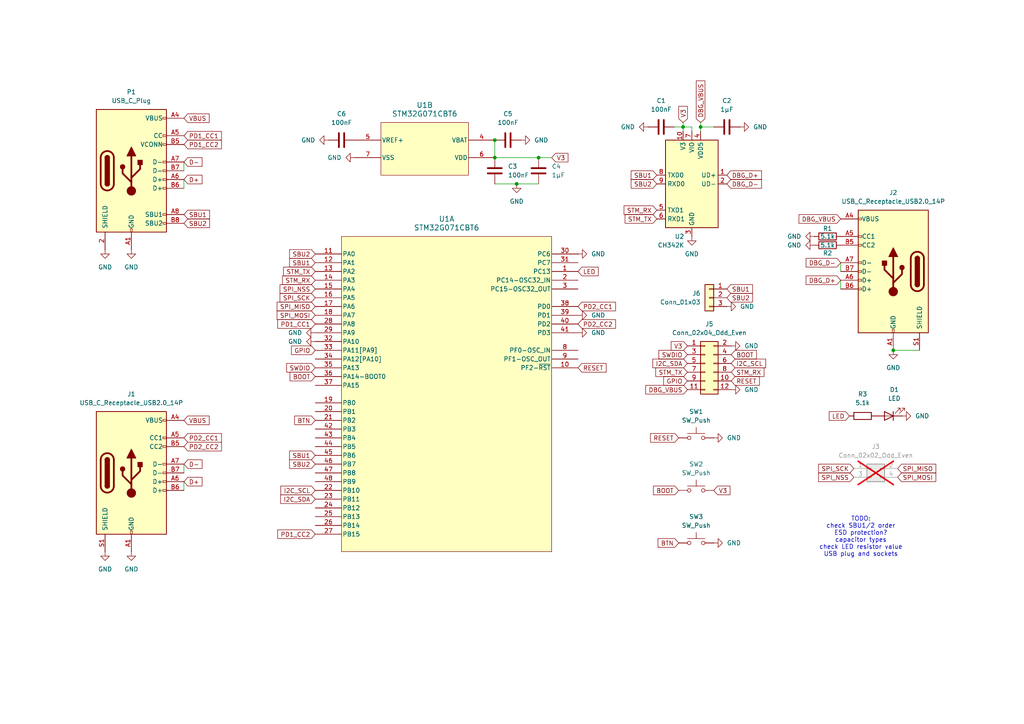
<source format=kicad_sch>
(kicad_sch (version 20231120) (generator "eeschema") (generator_version "8.0")
  (paper "A4")
  (lib_symbols
    (symbol "Connector:USB_C_Plug" (pin_names (offset 1.016))
      (property "Reference" "P1" (at 0 33.02 0))
      (property "Value" "USB_C_Plug" (at 0 30.48 0))
      (symbol "USB_C_Plug_0_0"
        (rectangle (start -0.254 -6.604) (end 0.254 -7.62))
        (rectangle (start 9.144 5.334) (end 10.16 4.826))
        (rectangle (start 9.144 7.874) (end 10.16 7.366))
        (rectangle (start 9.144 10.414) (end 10.16 9.906))
        (rectangle (start 9.144 12.954) (end 10.16 12.446))
        (rectangle (start 9.144 18.034) (end 10.16 17.526))
        (rectangle (start 10.16 -4.826) (end 9.144 -5.334))
        (rectangle (start 10.16 -2.286) (end 9.144 -2.794))
        (rectangle (start 10.16 20.574) (end 9.144 20.066))
        (rectangle (start 10.16 25.654) (end 9.144 25.146))
      )
      (symbol "USB_C_Plug_0_1"
        (rectangle (start -10.16 27.94) (end 10.16 -7.62) (stroke (width 0.254)) (fill (type background)))
        (arc (start -8.89 6.35) (mid -6.985 4.4533) (end -5.08 6.35) (stroke (width 0.508)))
        (arc (start -7.62 6.35) (mid -6.985 5.7177) (end -6.35 6.35) (stroke (width 0.254)))
        (arc (start -7.62 6.35) (mid -6.985 5.7177) (end -6.35 6.35) (stroke (width 0.254)) (fill (type outline)))
        (rectangle (start -7.62 6.35) (end -6.35 13.97) (stroke (width 0.254)) (fill (type outline)))
        (arc (start -6.35 13.97) (mid -6.985 14.6023) (end -7.62 13.97) (stroke (width 0.254)))
        (arc (start -6.35 13.97) (mid -6.985 14.6023) (end -7.62 13.97) (stroke (width 0.254)) (fill (type outline)))
        (arc (start -5.08 13.97) (mid -6.985 15.8667) (end -8.89 13.97) (stroke (width 0.508)))
        (polyline (pts (xy -8.89 6.35) (xy -8.89 13.97)) (stroke (width 0.508)))
        (polyline (pts (xy -5.08 13.97) (xy -5.08 6.35)) (stroke (width 0.508)))
      )
      (symbol "USB_C_Plug_1_1"
        (circle (center -2.54 11.303) (radius 0.635) (stroke (width 0.254)) (fill (type outline)))
        (polyline (pts (xy 0 4.318) (xy 0 14.478)) (stroke (width 0.508)))
        (polyline (pts (xy 0 6.858) (xy -2.54 9.398) (xy -2.54 10.668)) (stroke (width 0.508)))
        (polyline (pts (xy 0 8.128) (xy 2.54 10.668) (xy 2.54 11.938)) (stroke (width 0.508)))
        (polyline (pts (xy -1.27 14.478) (xy 0 17.018) (xy 1.27 14.478) (xy -1.27 14.478)) (stroke (width 0.254)) (fill (type outline)))
        (circle (center 0 4.318) (radius 1.27) (fill (type outline)))
        (rectangle (start 1.905 11.938) (end 3.175 13.208) (stroke (width 0.254)) (fill (type outline)))
        (pin passive line (at -7.62 -12.7 90) (length 5.08) (name "SHIELD") (number "2"))
        (pin passive line (at -7.62 -12.7 90) (length 5.08) hide (name "SHIELD") (number "3"))
        (pin passive line (at 0 -12.7 90) (length 5.08) (name "GND") (number "A1"))
        (pin passive line (at 0 -12.7 90) (length 5.08) hide (name "GND") (number "A12"))
        (pin passive line (at 15.24 25.4 180) (length 5.08) (name "VBUS") (number "A4"))
        (pin bidirectional line (at 15.24 20.32 180) (length 5.08) (name "CC") (number "A5"))
        (pin bidirectional line (at 15.24 7.62 180) (length 5.08) (name "D+") (number "A6"))
        (pin bidirectional line (at 15.24 12.7 180) (length 5.08) (name "D-") (number "A7"))
        (pin bidirectional line (at 15.24 -2.54 180) (length 5.08) (name "SBU1") (number "A8"))
        (pin passive line (at 15.24 25.4 180) (length 5.08) hide (name "VBUS") (number "A9"))
        (pin passive line (at 0 -12.7 90) (length 5.08) hide (name "GND") (number "B1"))
        (pin passive line (at 0 -12.7 90) (length 5.08) hide (name "GND") (number "B12"))
        (pin passive line (at 15.24 25.4 180) (length 5.08) hide (name "VBUS") (number "B4"))
        (pin bidirectional line (at 15.24 17.78 180) (length 5.08) (name "VCONN") (number "B5"))
        (pin bidirectional line (at 15.24 5.08 180) (length 5.08) (name "D+") (number "B6"))
        (pin bidirectional line (at 15.24 10.16 180) (length 5.08) (name "D-") (number "B7"))
        (pin bidirectional line (at 15.24 -5.08 180) (length 5.08) (name "SBU2") (number "B8"))
        (pin passive line (at 15.24 25.4 180) (length 5.08) hide (name "VBUS") (number "B9"))
      )
    )
    (symbol "Connector:USB_C_Receptacle_USB2.0_14P" (pin_names (offset 1.016))
      (property "Reference" "J2" (at 0 22.86 0))
      (property "Value" "USB_C_Receptacle_USB2.0_14P" (at 0 20.32 0))
      (symbol "USB_C_Receptacle_USB2.0_14P_0_0"
        (rectangle (start -0.254 -17.78) (end 0.254 -16.764))
        (rectangle (start 10.16 -4.826) (end 9.144 -5.334))
        (rectangle (start 10.16 -2.286) (end 9.144 -2.794))
        (rectangle (start 10.16 0.254) (end 9.144 -0.254))
        (rectangle (start 10.16 2.794) (end 9.144 2.286))
        (rectangle (start 10.16 7.874) (end 9.144 7.366))
        (rectangle (start 10.16 10.414) (end 9.144 9.906))
        (rectangle (start 10.16 15.494) (end 9.144 14.986))
      )
      (symbol "USB_C_Receptacle_USB2.0_14P_0_1"
        (rectangle (start -10.16 17.78) (end 10.16 -17.78) (stroke (width 0.254)) (fill (type background)))
        (arc (start -8.89 -3.81) (mid -6.985 -5.7067) (end -5.08 -3.81) (stroke (width 0.508)))
        (arc (start -7.62 -3.81) (mid -6.985 -4.4423) (end -6.35 -3.81) (stroke (width 0.254)))
        (arc (start -7.62 -3.81) (mid -6.985 -4.4423) (end -6.35 -3.81) (stroke (width 0.254)) (fill (type outline)))
        (rectangle (start -7.62 -3.81) (end -6.35 3.81) (stroke (width 0.254)) (fill (type outline)))
        (arc (start -6.35 3.81) (mid -6.985 4.4423) (end -7.62 3.81) (stroke (width 0.254)))
        (arc (start -6.35 3.81) (mid -6.985 4.4423) (end -7.62 3.81) (stroke (width 0.254)) (fill (type outline)))
        (arc (start -5.08 3.81) (mid -6.985 5.7067) (end -8.89 3.81) (stroke (width 0.508)))
        (circle (center -2.54 1.143) (radius 0.635) (stroke (width 0.254)) (fill (type outline)))
        (circle (center 0 -5.842) (radius 1.27) (fill (type outline)))
        (polyline (pts (xy -8.89 -3.81) (xy -8.89 3.81)) (stroke (width 0.508)))
        (polyline (pts (xy -5.08 3.81) (xy -5.08 -3.81)) (stroke (width 0.508)))
        (polyline (pts (xy 0 -5.842) (xy 0 4.318)) (stroke (width 0.508)))
        (polyline (pts (xy 0 -3.302) (xy -2.54 -0.762) (xy -2.54 0.508)) (stroke (width 0.508)))
        (polyline (pts (xy 0 -2.032) (xy 2.54 0.508) (xy 2.54 1.778)) (stroke (width 0.508)))
        (polyline (pts (xy -1.27 4.318) (xy 0 6.858) (xy 1.27 4.318) (xy -1.27 4.318)) (stroke (width 0.254)) (fill (type outline)))
        (rectangle (start 1.905 1.778) (end 3.175 3.048) (stroke (width 0.254)) (fill (type outline)))
      )
      (symbol "USB_C_Receptacle_USB2.0_14P_1_1"
        (pin passive line (at 0 -22.86 90) (length 5.08) (name "GND") (number "A1"))
        (pin passive line (at 15.24 15.24 180) (length 5.08) (name "VBUS") (number "A4"))
        (pin bidirectional line (at 15.24 10.16 180) (length 5.08) (name "CC1") (number "A5"))
        (pin bidirectional line (at 15.24 -2.54 180) (length 5.08) (name "D+") (number "A6"))
        (pin bidirectional line (at 15.24 2.54 180) (length 5.08) (name "D-") (number "A7"))
        (pin passive line (at 0 -22.86 90) (length 5.08) hide (name "GND") (number "B1"))
        (pin passive line (at 15.24 15.24 180) (length 5.08) hide (name "VBUS") (number "B4"))
        (pin bidirectional line (at 15.24 7.62 180) (length 5.08) (name "CC2") (number "B5"))
        (pin bidirectional line (at 15.24 -5.08 180) (length 5.08) (name "D+") (number "B6"))
        (pin bidirectional line (at 15.24 0 180) (length 5.08) (name "D-") (number "B7"))
        (pin passive line (at -7.62 -22.86 90) (length 5.08) (name "SHIELD") (number "S1"))
      )
    )
    (symbol "Connector_Generic:Conn_01x03" (pin_names (offset 1.016) hide)
      (property "Reference" "J" (at 0 5.08 0))
      (property "Value" "Conn_01x03" (at 0 -5.08 0))
      (symbol "Conn_01x03_1_1"
        (rectangle (start -1.27 -2.413) (end 0 -2.667) (stroke (width 0.1524)))
        (rectangle (start -1.27 0.127) (end 0 -0.127) (stroke (width 0.1524)))
        (rectangle (start -1.27 2.667) (end 0 2.413) (stroke (width 0.1524)))
        (rectangle (start -1.27 3.81) (end 1.27 -3.81) (stroke (width 0.254)) (fill (type background)))
        (pin passive line (at -5.08 2.54 0) (length 3.81) (name "Pin_1") (number "1"))
        (pin passive line (at -5.08 0 0) (length 3.81) (name "Pin_2") (number "2"))
        (pin passive line (at -5.08 -2.54 0) (length 3.81) (name "Pin_3") (number "3"))
      )
    )
    (symbol "Connector_Generic:Conn_02x02_Odd_Even" (pin_names (offset 1.016) hide)
      (property "Reference" "J" (at 1.27 2.54 0))
      (property "Value" "Conn_02x02_Odd_Even" (at 1.27 -5.08 0))
      (symbol "Conn_02x02_Odd_Even_1_1"
        (rectangle (start -1.27 -2.413) (end 0 -2.667) (stroke (width 0.1524)))
        (rectangle (start -1.27 0.127) (end 0 -0.127) (stroke (width 0.1524)))
        (rectangle (start -1.27 1.27) (end 3.81 -3.81) (stroke (width 0.254)) (fill (type background)))
        (rectangle (start 3.81 -2.413) (end 2.54 -2.667) (stroke (width 0.1524)))
        (rectangle (start 3.81 0.127) (end 2.54 -0.127) (stroke (width 0.1524)))
        (pin passive line (at -5.08 0 0) (length 3.81) (name "Pin_1") (number "1"))
        (pin passive line (at 7.62 0 180) (length 3.81) (name "Pin_2") (number "2"))
        (pin passive line (at -5.08 -2.54 0) (length 3.81) (name "Pin_3") (number "3"))
        (pin passive line (at 7.62 -2.54 180) (length 3.81) (name "Pin_4") (number "4"))
      )
    )
    (symbol "Connector_Generic:Conn_02x06_Odd_Even" (pin_names (offset 1.016) hide)
      (property "Reference" "J" (at 1.27 7.62 0))
      (property "Value" "Conn_02x06_Odd_Even" (at 1.27 -10.16 0))
      (symbol "Conn_02x06_Odd_Even_1_1"
        (rectangle (start -1.27 -7.493) (end 0 -7.747) (stroke (width 0.1524)))
        (rectangle (start -1.27 -4.953) (end 0 -5.207) (stroke (width 0.1524)))
        (rectangle (start -1.27 -2.413) (end 0 -2.667) (stroke (width 0.1524)))
        (rectangle (start -1.27 0.127) (end 0 -0.127) (stroke (width 0.1524)))
        (rectangle (start -1.27 2.667) (end 0 2.413) (stroke (width 0.1524)))
        (rectangle (start -1.27 5.207) (end 0 4.953) (stroke (width 0.1524)))
        (rectangle (start -1.27 6.35) (end 3.81 -8.89) (stroke (width 0.254)) (fill (type background)))
        (rectangle (start 3.81 -7.493) (end 2.54 -7.747) (stroke (width 0.1524)))
        (rectangle (start 3.81 -4.953) (end 2.54 -5.207) (stroke (width 0.1524)))
        (rectangle (start 3.81 -2.413) (end 2.54 -2.667) (stroke (width 0.1524)))
        (rectangle (start 3.81 0.127) (end 2.54 -0.127) (stroke (width 0.1524)))
        (rectangle (start 3.81 2.667) (end 2.54 2.413) (stroke (width 0.1524)))
        (rectangle (start 3.81 5.207) (end 2.54 4.953) (stroke (width 0.1524)))
        (pin passive line (at -5.08 5.08 0) (length 3.81) (name "Pin_1") (number "1"))
        (pin passive line (at 7.62 -5.08 180) (length 3.81) (name "Pin_10") (number "10"))
        (pin passive line (at -5.08 -7.62 0) (length 3.81) (name "Pin_11") (number "11"))
        (pin passive line (at 7.62 -7.62 180) (length 3.81) (name "Pin_12") (number "12"))
        (pin passive line (at 7.62 5.08 180) (length 3.81) (name "Pin_2") (number "2"))
        (pin passive line (at -5.08 2.54 0) (length 3.81) (name "Pin_3") (number "3"))
        (pin passive line (at 7.62 2.54 180) (length 3.81) (name "Pin_4") (number "4"))
        (pin passive line (at -5.08 0 0) (length 3.81) (name "Pin_5") (number "5"))
        (pin passive line (at 7.62 0 180) (length 3.81) (name "Pin_6") (number "6"))
        (pin passive line (at -5.08 -2.54 0) (length 3.81) (name "Pin_7") (number "7"))
        (pin passive line (at 7.62 -2.54 180) (length 3.81) (name "Pin_8") (number "8"))
        (pin passive line (at -5.08 -5.08 0) (length 3.81) (name "Pin_9") (number "9"))
      )
    )
    (symbol "Debubo:STM32G071CBT6" (pin_names (offset 0.254))
      (property "Reference" "U" (at 38.1 10.16 0))
      (property "Value" "STM32G071CBT6" (at 38.1 7.62 0))
      (symbol "STM32G071CBT6_1_1"
        (rectangle (start 7.62 5.08) (end 68.58 -86.36) (fill (type background)))
        (pin bidirectional line (at 76.2 -5.08 180) (length 7.62) (name "PC13") (number "1"))
        (pin bidirectional line (at 76.2 -33.02 180) (length 7.62) (name "PF2-~{RST}") (number "10"))
        (pin bidirectional line (at 0 0 0) (length 7.62) (name "PA0") (number "11"))
        (pin bidirectional line (at 0 -2.54 0) (length 7.62) (name "PA1") (number "12"))
        (pin bidirectional line (at 0 -5.08 0) (length 7.62) (name "PA2") (number "13"))
        (pin bidirectional line (at 0 -7.62 0) (length 7.62) (name "PA3") (number "14"))
        (pin bidirectional line (at 0 -10.16 0) (length 7.62) (name "PA4") (number "15"))
        (pin bidirectional line (at 0 -12.7 0) (length 7.62) (name "PA5") (number "16"))
        (pin bidirectional line (at 0 -15.24 0) (length 7.62) (name "PA6") (number "17"))
        (pin bidirectional line (at 0 -17.78 0) (length 7.62) (name "PA7") (number "18"))
        (pin bidirectional line (at 0 -43.18 0) (length 7.62) (name "PB0") (number "19"))
        (pin bidirectional line (at 76.2 -7.62 180) (length 7.62) (name "PC14-OSC32_IN") (number "2"))
        (pin bidirectional line (at 0 -45.72 0) (length 7.62) (name "PB1") (number "20"))
        (pin bidirectional line (at 0 -48.26 0) (length 7.62) (name "PB2") (number "21"))
        (pin bidirectional line (at 0 -68.58 0) (length 7.62) (name "PB10") (number "22"))
        (pin bidirectional line (at 0 -71.12 0) (length 7.62) (name "PB11") (number "23"))
        (pin bidirectional line (at 0 -73.66 0) (length 7.62) (name "PB12") (number "24"))
        (pin bidirectional line (at 0 -76.2 0) (length 7.62) (name "PB13") (number "25"))
        (pin bidirectional line (at 0 -78.74 0) (length 7.62) (name "PB14") (number "26"))
        (pin bidirectional line (at 0 -81.28 0) (length 7.62) (name "PB15") (number "27"))
        (pin bidirectional line (at 0 -20.32 0) (length 7.62) (name "PA8") (number "28"))
        (pin bidirectional line (at 0 -22.86 0) (length 7.62) (name "PA9") (number "29"))
        (pin bidirectional line (at 76.2 -10.16 180) (length 7.62) (name "PC15-OSC32_OUT") (number "3"))
        (pin bidirectional line (at 76.2 0 180) (length 7.62) (name "PC6") (number "30"))
        (pin bidirectional line (at 76.2 -2.54 180) (length 7.62) (name "PC7") (number "31"))
        (pin bidirectional line (at 0 -25.4 0) (length 7.62) (name "PA10") (number "32"))
        (pin bidirectional line (at 0 -27.94 0) (length 7.62) (name "PA11[PA9]") (number "33"))
        (pin bidirectional line (at 0 -30.48 0) (length 7.62) (name "PA12[PA10]") (number "34"))
        (pin bidirectional line (at 0 -33.02 0) (length 7.62) (name "PA13") (number "35"))
        (pin bidirectional line (at 0 -35.56 0) (length 7.62) (name "PA14-BOOT0") (number "36"))
        (pin bidirectional line (at 0 -38.1 0) (length 7.62) (name "PA15") (number "37"))
        (pin bidirectional line (at 76.2 -15.24 180) (length 7.62) (name "PD0") (number "38"))
        (pin bidirectional line (at 76.2 -17.78 180) (length 7.62) (name "PD1") (number "39"))
        (pin bidirectional line (at 76.2 -20.32 180) (length 7.62) (name "PD2") (number "40"))
        (pin bidirectional line (at 76.2 -22.86 180) (length 7.62) (name "PD3") (number "41"))
        (pin bidirectional line (at 0 -50.8 0) (length 7.62) (name "PB3") (number "42"))
        (pin bidirectional line (at 0 -53.34 0) (length 7.62) (name "PB4") (number "43"))
        (pin bidirectional line (at 0 -55.88 0) (length 7.62) (name "PB5") (number "44"))
        (pin bidirectional line (at 0 -58.42 0) (length 7.62) (name "PB6") (number "45"))
        (pin bidirectional line (at 0 -60.96 0) (length 7.62) (name "PB7") (number "46"))
        (pin bidirectional line (at 0 -63.5 0) (length 7.62) (name "PB8") (number "47"))
        (pin bidirectional line (at 0 -66.04 0) (length 7.62) (name "PB9") (number "48"))
        (pin bidirectional line (at 76.2 -27.94 180) (length 7.62) (name "PF0-OSC_IN") (number "8"))
        (pin bidirectional line (at 76.2 -30.48 180) (length 7.62) (name "PF1-OSC_OUT") (number "9"))
      )
      (symbol "STM32G071CBT6_2_1"
        (rectangle (start 7.62 5.08) (end 33.02 -10.16) (fill (type background)))
        (pin power_in line (at 40.64 0 180) (length 7.62) (name "VBAT") (number "4"))
        (pin power_in line (at 0 0 0) (length 7.62) (name "VREF+") (number "5"))
        (pin power_in line (at 40.64 -5.08 180) (length 7.62) (name "VDD") (number "6"))
        (pin power_in line (at 0 -5.08 0) (length 7.62) (name "VSS") (number "7"))
      )
    )
    (symbol "Device:C" (pin_numbers hide) (pin_names (offset 0.254))
      (property "Reference" "C" (at 0.635 2.54 0))
      (property "Value" "C" (at 0.635 -2.54 0))
      (symbol "C_0_1"
        (polyline (pts (xy -2.032 -0.762) (xy 2.032 -0.762)) (stroke (width 0.508)))
        (polyline (pts (xy -2.032 0.762) (xy 2.032 0.762)) (stroke (width 0.508)))
      )
      (symbol "C_1_1"
        (pin passive line (at 0 3.81 270) (length 2.794) (name "~") (number "1"))
        (pin passive line (at 0 -3.81 90) (length 2.794) (name "~") (number "2"))
      )
    )
    (symbol "Device:LED" (pin_numbers hide) (pin_names (offset 1.016) hide)
      (property "Reference" "D" (at 0 2.54 0))
      (property "Value" "LED" (at 0 -2.54 0))
      (symbol "LED_0_1"
        (polyline (pts (xy -1.27 -1.27) (xy -1.27 1.27)) (stroke (width 0.254)))
        (polyline (pts (xy -1.27 0) (xy 1.27 0)))
        (polyline (pts (xy 1.27 -1.27) (xy 1.27 1.27) (xy -1.27 0) (xy 1.27 -1.27)) (stroke (width 0.254)))
        (polyline (pts (xy -3.048 -0.762) (xy -4.572 -2.286) (xy -3.81 -2.286) (xy -4.572 -2.286) (xy -4.572 -1.524)))
        (polyline (pts (xy -1.778 -0.762) (xy -3.302 -2.286) (xy -2.54 -2.286) (xy -3.302 -2.286) (xy -3.302 -1.524)))
      )
      (symbol "LED_1_1"
        (pin passive line (at -3.81 0 0) (length 2.54) (name "K") (number "1"))
        (pin passive line (at 3.81 0 180) (length 2.54) (name "A") (number "2"))
      )
    )
    (symbol "Device:R" (pin_numbers hide) (pin_names (offset 0))
      (property "Reference" "R" (at 2.032 0 90))
      (property "Value" "R" (at 0 0 90))
      (symbol "R_0_1"
        (rectangle (start -1.016 -2.54) (end 1.016 2.54) (stroke (width 0.254)))
      )
      (symbol "R_1_1"
        (pin passive line (at 0 3.81 270) (length 1.27) (name "~") (number "1"))
        (pin passive line (at 0 -3.81 90) (length 1.27) (name "~") (number "2"))
      )
    )
    (symbol "Interface_USB:CH340K"
      (property "Reference" "U2" (at 2.1941 -15.24 0))
      (property "Value" "CH342K" (at 2.1941 -17.78 0))
      (symbol "CH340K_0_1"
        (rectangle (start -7.62 12.7) (end 7.62 -12.7) (stroke (width 0.254)) (fill (type background)))
      )
      (symbol "CH340K_1_0"
        (pin passive line (at 0 -15.24 90) (length 2.54) hide (name "GND") (number "11"))
      )
      (symbol "CH340K_1_1"
        (pin bidirectional line (at -10.16 2.54 0) (length 2.54) (name "UD+") (number "1"))
        (pin passive line (at 2.54 15.24 270) (length 2.54) (name "V3") (number "10"))
        (pin bidirectional line (at -10.16 0 0) (length 2.54) (name "UD-") (number "2"))
        (pin power_in line (at 0 -15.24 90) (length 2.54) (name "GND") (number "3"))
        (pin power_in line (at -2.54 15.24 270) (length 2.54) (name "VDD5") (number "4"))
        (pin output line (at 10.16 -7.62 180) (length 2.54) (name "TXD1") (number "5"))
        (pin input line (at 10.16 -10.16 180) (length 2.54) (name "RXD1") (number "6"))
        (pin power_in line (at 0 15.24 270) (length 2.54) (name "VIO") (number "7"))
        (pin output line (at 10.16 2.54 180) (length 2.54) (name "TXD0") (number "8"))
        (pin input line (at 10.16 0 180) (length 2.54) (name "RXD0") (number "9"))
      )
    )
    (symbol "Switch:SW_Push" (pin_numbers hide) (pin_names (offset 1.016) hide)
      (property "Reference" "SW" (at 1.27 2.54 0))
      (property "Value" "SW_Push" (at 0 -1.524 0))
      (symbol "SW_Push_0_1"
        (circle (center -2.032 0) (radius 0.508))
        (polyline (pts (xy 0 1.27) (xy 0 3.048)))
        (polyline (pts (xy 2.54 1.27) (xy -2.54 1.27)))
        (circle (center 2.032 0) (radius 0.508))
        (pin passive line (at -5.08 0 0) (length 2.54) (name "1") (number "1"))
        (pin passive line (at 5.08 0 180) (length 2.54) (name "2") (number "2"))
      )
    )
    (symbol "USB_C_Receptacle_USB2.0_14P_1" (pin_names (offset 1.016))
      (property "Reference" "J1" (at 0 22.86 0))
      (property "Value" "USB_C_Receptacle_USB2.0_14P" (at 0 20.32 0))
      (symbol "USB_C_Receptacle_USB2.0_14P_1_0_0"
        (rectangle (start -0.254 -17.78) (end 0.254 -16.764))
        (rectangle (start 10.16 -4.826) (end 9.144 -5.334))
        (rectangle (start 10.16 -2.286) (end 9.144 -2.794))
        (rectangle (start 10.16 0.254) (end 9.144 -0.254))
        (rectangle (start 10.16 2.794) (end 9.144 2.286))
        (rectangle (start 10.16 7.874) (end 9.144 7.366))
        (rectangle (start 10.16 10.414) (end 9.144 9.906))
        (rectangle (start 10.16 15.494) (end 9.144 14.986))
      )
      (symbol "USB_C_Receptacle_USB2.0_14P_1_0_1"
        (rectangle (start -10.16 17.78) (end 10.16 -17.78) (stroke (width 0.254)) (fill (type background)))
        (arc (start -8.89 -3.81) (mid -6.985 -5.7067) (end -5.08 -3.81) (stroke (width 0.508)))
        (arc (start -7.62 -3.81) (mid -6.985 -4.4423) (end -6.35 -3.81) (stroke (width 0.254)))
        (arc (start -7.62 -3.81) (mid -6.985 -4.4423) (end -6.35 -3.81) (stroke (width 0.254)) (fill (type outline)))
        (rectangle (start -7.62 -3.81) (end -6.35 3.81) (stroke (width 0.254)) (fill (type outline)))
        (arc (start -6.35 3.81) (mid -6.985 4.4423) (end -7.62 3.81) (stroke (width 0.254)))
        (arc (start -6.35 3.81) (mid -6.985 4.4423) (end -7.62 3.81) (stroke (width 0.254)) (fill (type outline)))
        (arc (start -5.08 3.81) (mid -6.985 5.7067) (end -8.89 3.81) (stroke (width 0.508)))
        (circle (center -2.54 1.143) (radius 0.635) (stroke (width 0.254)) (fill (type outline)))
        (circle (center 0 -5.842) (radius 1.27) (fill (type outline)))
        (polyline (pts (xy -8.89 -3.81) (xy -8.89 3.81)) (stroke (width 0.508)))
        (polyline (pts (xy -5.08 3.81) (xy -5.08 -3.81)) (stroke (width 0.508)))
        (polyline (pts (xy 0 -5.842) (xy 0 4.318)) (stroke (width 0.508)))
        (polyline (pts (xy 0 -3.302) (xy -2.54 -0.762) (xy -2.54 0.508)) (stroke (width 0.508)))
        (polyline (pts (xy 0 -2.032) (xy 2.54 0.508) (xy 2.54 1.778)) (stroke (width 0.508)))
        (polyline (pts (xy -1.27 4.318) (xy 0 6.858) (xy 1.27 4.318) (xy -1.27 4.318)) (stroke (width 0.254)) (fill (type outline)))
        (rectangle (start 1.905 1.778) (end 3.175 3.048) (stroke (width 0.254)) (fill (type outline)))
      )
      (symbol "USB_C_Receptacle_USB2.0_14P_1_1_1"
        (pin passive line (at 0 -22.86 90) (length 5.08) (name "GND") (number "A1"))
        (pin passive line (at 15.24 15.24 180) (length 5.08) (name "VBUS") (number "A4"))
        (pin bidirectional line (at 15.24 10.16 180) (length 5.08) (name "CC1") (number "A5"))
        (pin bidirectional line (at 15.24 -2.54 180) (length 5.08) (name "D+") (number "A6"))
        (pin bidirectional line (at 15.24 2.54 180) (length 5.08) (name "D-") (number "A7"))
        (pin passive line (at 0 -22.86 90) (length 5.08) hide (name "GND") (number "B1"))
        (pin passive line (at 15.24 15.24 180) (length 5.08) hide (name "VBUS") (number "B4"))
        (pin bidirectional line (at 15.24 7.62 180) (length 5.08) (name "CC2") (number "B5"))
        (pin bidirectional line (at 15.24 -5.08 180) (length 5.08) (name "D+") (number "B6"))
        (pin bidirectional line (at 15.24 0 180) (length 5.08) (name "D-") (number "B7"))
        (pin passive line (at -7.62 -22.86 90) (length 5.08) (name "SHIELD") (number "S1"))
      )
    )
    (symbol "power:GND" (power) (pin_numbers hide) (pin_names (offset 0) hide)
      (property "Value" "GND" (at 0 -3.81 0))
      (symbol "GND_0_1"
        (polyline (pts (xy 0 0) (xy 0 -1.27) (xy 1.27 -1.27) (xy 0 -2.54) (xy -1.27 -1.27) (xy 0 -1.27)))
      )
      (symbol "GND_1_1"
        (pin power_in line (at 0 0 270) (length 0) (name "~") (number "1"))
      )
    )
  )
  (junction (at 156.21 45.72))
  (junction (at 198.12 36.83))
  (junction (at 259.08 101.6))
  (junction (at 203.2 36.83))
  (junction (at 143.51 45.72))
  (junction (at 143.51 40.64))
  (junction (at 149.86 53.34))
  (wire (pts (xy 198.12 35.56) (xy 198.12 36.83)))
  (wire (pts (xy 200.66 36.83) (xy 200.66 38.1)))
  (wire (pts (xy 143.51 40.64) (xy 143.51 45.72)))
  (wire (pts (xy 198.12 36.83) (xy 200.66 36.83)))
  (wire (pts (xy 156.21 45.72) (xy 160.02 45.72)))
  (wire (pts (xy 53.34 52.07) (xy 53.34 54.61)))
  (wire (pts (xy 53.34 134.62) (xy 53.34 137.16)))
  (wire (pts (xy 143.51 45.72) (xy 156.21 45.72)))
  (wire (pts (xy 143.51 53.34) (xy 149.86 53.34)))
  (wire (pts (xy 53.34 139.7) (xy 53.34 142.24)))
  (wire (pts (xy 53.34 46.99) (xy 53.34 49.53)))
  (wire (pts (xy 243.84 81.28) (xy 243.84 83.82)))
  (wire (pts (xy 203.2 36.83) (xy 203.2 38.1)))
  (wire (pts (xy 243.84 76.2) (xy 243.84 78.74)))
  (wire (pts (xy 259.08 101.6) (xy 266.7 101.6)))
  (wire (pts (xy 203.2 35.56) (xy 203.2 36.83)))
  (wire (pts (xy 207.01 36.83) (xy 203.2 36.83)))
  (wire (pts (xy 149.86 53.34) (xy 156.21 53.34)))
  (wire (pts (xy 195.58 36.83) (xy 198.12 36.83)))
  (wire (pts (xy 198.12 36.83) (xy 198.12 38.1)))
  (text "TODO:\ncheck SBU1/2 order\nESD protection?\ncapacitor types\ncheck LED resistor value\nUSB plug and sockets" (at 249.682 155.702 0) (effects (font (size 1.27 1.27))))
  (global_label "V3" (shape input) (at 199.39 100.33 180) (property "Intersheetrefs" "${INTERSHEET_REFS}" (effects (hide yes))))
  (global_label "BTN" (shape input) (at 91.44 121.92 180) (property "Intersheetrefs" "${INTERSHEET_REFS}" (effects (hide yes))))
  (global_label "DBG_D+" (shape input) (at 210.82 50.8 0) (property "Intersheetrefs" "${INTERSHEET_REFS}" (effects (hide yes))))
  (global_label "SPI_SCK" (shape input) (at 91.44 86.36 180) (property "Intersheetrefs" "${INTERSHEET_REFS}" (effects (hide yes))))
  (global_label "PD1_CC1" (shape input) (at 91.44 93.98 180) (property "Intersheetrefs" "${INTERSHEET_REFS}" (effects (hide yes))))
  (global_label "SBU2" (shape input) (at 91.44 134.62 180) (property "Intersheetrefs" "${INTERSHEET_REFS}" (effects (hide yes))))
  (global_label "RESET" (shape input) (at 196.85 127 180) (property "Intersheetrefs" "${INTERSHEET_REFS}" (effects (hide yes))))
  (global_label "GPIO" (shape input) (at 199.39 110.49 180) (property "Intersheetrefs" "${INTERSHEET_REFS}" (effects (hide yes))))
  (global_label "PD1_CC2" (shape input) (at 53.34 41.91 0) (property "Intersheetrefs" "${INTERSHEET_REFS}" (effects (hide yes))))
  (global_label "STM_TX" (shape input) (at 199.39 107.95 180) (property "Intersheetrefs" "${INTERSHEET_REFS}" (effects (hide yes))))
  (global_label "SPI_MOSI" (shape input) (at 260.35 138.43 0) (property "Intersheetrefs" "${INTERSHEET_REFS}" (effects (hide yes))))
  (global_label "SBU2" (shape input) (at 91.44 73.66 180) (property "Intersheetrefs" "${INTERSHEET_REFS}" (effects (hide yes))))
  (global_label "V3" (shape input) (at 160.02 45.72 0) (property "Intersheetrefs" "${INTERSHEET_REFS}" (effects (hide yes))))
  (global_label "VBUS" (shape input) (at 53.34 121.92 0) (property "Intersheetrefs" "${INTERSHEET_REFS}" (effects (hide yes))))
  (global_label "PD2_CC2" (shape input) (at 53.34 129.54 0) (property "Intersheetrefs" "${INTERSHEET_REFS}" (effects (hide yes))))
  (global_label "I2C_SDA" (shape input) (at 91.44 144.78 180) (property "Intersheetrefs" "${INTERSHEET_REFS}" (effects (hide yes))))
  (global_label "BOOT" (shape input) (at 196.85 142.24 180) (property "Intersheetrefs" "${INTERSHEET_REFS}" (effects (hide yes))))
  (global_label "GPIO" (shape input) (at 91.44 101.6 180) (property "Intersheetrefs" "${INTERSHEET_REFS}" (effects (hide yes))))
  (global_label "SPI_MOSI" (shape input) (at 91.44 91.44 180) (property "Intersheetrefs" "${INTERSHEET_REFS}" (effects (hide yes))))
  (global_label "V3" (shape input) (at 207.01 142.24 0) (property "Intersheetrefs" "${INTERSHEET_REFS}" (effects (hide yes))))
  (global_label "SPI_MISO" (shape input) (at 260.35 135.89 0) (property "Intersheetrefs" "${INTERSHEET_REFS}" (effects (hide yes))))
  (global_label "LED" (shape input) (at 167.64 78.74 0) (property "Intersheetrefs" "${INTERSHEET_REFS}" (effects (hide yes))))
  (global_label "SBU1" (shape input) (at 91.44 132.08 180) (property "Intersheetrefs" "${INTERSHEET_REFS}" (effects (hide yes))))
  (global_label "STM_RX" (shape input) (at 190.5 60.96 180) (property "Intersheetrefs" "${INTERSHEET_REFS}" (effects (hide yes))))
  (global_label "BOOT" (shape input) (at 91.44 109.22 180) (property "Intersheetrefs" "${INTERSHEET_REFS}" (effects (hide yes))))
  (global_label "SBU2" (shape input) (at 53.34 64.77 0) (property "Intersheetrefs" "${INTERSHEET_REFS}" (effects (hide yes))))
  (global_label "RESET" (shape input) (at 212.09 110.49 0) (property "Intersheetrefs" "${INTERSHEET_REFS}" (effects (hide yes))))
  (global_label "SPI_NSS" (shape input) (at 91.44 83.82 180) (property "Intersheetrefs" "${INTERSHEET_REFS}" (effects (hide yes))))
  (global_label "I2C_SDA" (shape input) (at 199.39 105.41 180) (property "Intersheetrefs" "${INTERSHEET_REFS}" (effects (hide yes))))
  (global_label "RESET" (shape input) (at 167.64 106.68 0) (property "Intersheetrefs" "${INTERSHEET_REFS}" (effects (hide yes))))
  (global_label "SBU1" (shape input) (at 190.5 50.8 180) (property "Intersheetrefs" "${INTERSHEET_REFS}" (effects (hide yes))))
  (global_label "BTN" (shape input) (at 196.85 157.48 180) (property "Intersheetrefs" "${INTERSHEET_REFS}" (effects (hide yes))))
  (global_label "PD1_CC2" (shape input) (at 91.44 154.94 180) (property "Intersheetrefs" "${INTERSHEET_REFS}" (effects (hide yes))))
  (global_label "D+" (shape input) (at 53.34 139.7 0) (property "Intersheetrefs" "${INTERSHEET_REFS}" (effects (hide yes))))
  (global_label "SPI_MISO" (shape input) (at 91.44 88.9 180) (property "Intersheetrefs" "${INTERSHEET_REFS}" (effects (hide yes))))
  (global_label "SPI_SCK" (shape input) (at 247.65 135.89 180) (property "Intersheetrefs" "${INTERSHEET_REFS}" (effects (hide yes))))
  (global_label "DBG_D-" (shape input) (at 243.84 76.2 180) (property "Intersheetrefs" "${INTERSHEET_REFS}" (effects (hide yes))))
  (global_label "V3" (shape input) (at 198.12 35.56 90) (property "Intersheetrefs" "${INTERSHEET_REFS}" (effects (hide yes))))
  (global_label "SBU1" (shape input) (at 53.34 62.23 0) (property "Intersheetrefs" "${INTERSHEET_REFS}" (effects (hide yes))))
  (global_label "SBU1" (shape input) (at 91.44 76.2 180) (property "Intersheetrefs" "${INTERSHEET_REFS}" (effects (hide yes))))
  (global_label "I2C_SCL" (shape input) (at 91.44 142.24 180) (property "Intersheetrefs" "${INTERSHEET_REFS}" (effects (hide yes))))
  (global_label "PD2_CC1" (shape input) (at 167.64 88.9 0) (property "Intersheetrefs" "${INTERSHEET_REFS}" (effects (hide yes))))
  (global_label "DBG_VBUS" (shape input) (at 203.2 35.56 90) (property "Intersheetrefs" "${INTERSHEET_REFS}" (effects (hide yes))))
  (global_label "PD2_CC2" (shape input) (at 167.64 93.98 0) (property "Intersheetrefs" "${INTERSHEET_REFS}" (effects (hide yes))))
  (global_label "STM_TX" (shape input) (at 91.44 78.74 180) (property "Intersheetrefs" "${INTERSHEET_REFS}" (effects (hide yes))))
  (global_label "DBG_VBUS" (shape input) (at 243.84 63.5 180) (property "Intersheetrefs" "${INTERSHEET_REFS}" (effects (hide yes))))
  (global_label "DBG_D-" (shape input) (at 210.82 53.34 0) (property "Intersheetrefs" "${INTERSHEET_REFS}" (effects (hide yes))))
  (global_label "SWDIO" (shape input) (at 91.44 106.68 180) (property "Intersheetrefs" "${INTERSHEET_REFS}" (effects (hide yes))))
  (global_label "VBUS" (shape input) (at 53.34 34.29 0) (property "Intersheetrefs" "${INTERSHEET_REFS}" (effects (hide yes))))
  (global_label "SWDIO" (shape input) (at 199.39 102.87 180) (property "Intersheetrefs" "${INTERSHEET_REFS}" (effects (hide yes))))
  (global_label "SBU2" (shape input) (at 190.5 53.34 180) (property "Intersheetrefs" "${INTERSHEET_REFS}" (effects (hide yes))))
  (global_label "DBG_D+" (shape input) (at 243.84 81.28 180) (property "Intersheetrefs" "${INTERSHEET_REFS}" (effects (hide yes))))
  (global_label "PD2_CC1" (shape input) (at 53.34 127 0) (property "Intersheetrefs" "${INTERSHEET_REFS}" (effects (hide yes))))
  (global_label "SPI_NSS" (shape input) (at 247.65 138.43 180) (property "Intersheetrefs" "${INTERSHEET_REFS}" (effects (hide yes))))
  (global_label "D-" (shape input) (at 53.34 46.99 0) (property "Intersheetrefs" "${INTERSHEET_REFS}" (effects (hide yes))))
  (global_label "STM_TX" (shape input) (at 190.5 63.5 180) (property "Intersheetrefs" "${INTERSHEET_REFS}" (effects (hide yes))))
  (global_label "BOOT" (shape input) (at 212.09 102.87 0) (property "Intersheetrefs" "${INTERSHEET_REFS}" (effects (hide yes))))
  (global_label "STM_RX" (shape input) (at 212.09 107.95 0) (property "Intersheetrefs" "${INTERSHEET_REFS}" (effects (hide yes))))
  (global_label "D+" (shape input) (at 53.34 52.07 0) (property "Intersheetrefs" "${INTERSHEET_REFS}" (effects (hide yes))))
  (global_label "PD1_CC1" (shape input) (at 53.34 39.37 0) (property "Intersheetrefs" "${INTERSHEET_REFS}" (effects (hide yes))))
  (global_label "DBG_VBUS" (shape input) (at 199.39 113.03 180) (property "Intersheetrefs" "${INTERSHEET_REFS}" (effects (hide yes))))
  (global_label "I2C_SCL" (shape input) (at 212.09 105.41 0) (property "Intersheetrefs" "${INTERSHEET_REFS}" (effects (hide yes))))
  (global_label "STM_RX" (shape input) (at 91.44 81.28 180) (property "Intersheetrefs" "${INTERSHEET_REFS}" (effects (hide yes))))
  (global_label "SBU1" (shape input) (at 210.82 83.82 0) (property "Intersheetrefs" "${INTERSHEET_REFS}" (effects (hide yes))))
  (global_label "SBU2" (shape input) (at 210.82 86.36 0) (property "Intersheetrefs" "${INTERSHEET_REFS}" (effects (hide yes))))
  (global_label "D-" (shape input) (at 53.34 134.62 0) (property "Intersheetrefs" "${INTERSHEET_REFS}" (effects (hide yes))))
  (global_label "LED" (shape input) (at 246.38 120.65 180) (property "Intersheetrefs" "${INTERSHEET_REFS}" (effects (hide yes))))
  (symbol (lib_id "Device:R") (at 240.03 68.58 90) (unit 1)
    (property "Reference" "R1" (at 240.03 66.294 90))
    (property "Value" "5.1k" (at 240.03 68.58 90))
    (property "Footprint" "Resistor_SMD:R_1206_3216Metric_Pad1.30x1.75mm_HandSolder" (effects (hide yes)))
    (property "Description" "Resistor" (effects (hide yes)))
  )
  (symbol (lib_id "power:GND") (at 102.87 45.72 270) (unit 1)
    (property "Reference" "#PWR03" (effects (hide yes)))
    (property "Value" "GND" (at 99.06 45.7199 90) (effects (justify right)))
    (property "Description" "Power symbol creates a global label with name \"GND\" , ground" (effects (hide yes)))
  )
  (symbol (lib_id "Switch:SW_Push") (at 201.93 157.48 0) (unit 1)
    (property "Reference" "SW3" (at 201.93 149.86 0))
    (property "Value" "SW_Push" (at 201.93 152.4 0))
    (property "Footprint" "Button_Switch_SMD:SW_SPST_B3U-1000P" (effects (hide yes)))
    (property "Description" "Push button switch, generic, two pins" (effects (hide yes)))
  )
  (symbol (lib_id "power:GND") (at 91.44 99.06 270) (unit 1)
    (property "Reference" "#PWR020" (effects (hide yes)))
    (property "Value" "GND" (at 87.63 99.0599 90) (effects (justify right)))
    (property "Description" "Power symbol creates a global label with name \"GND\" , ground" (effects (hide yes)))
  )
  (symbol (lib_id "power:GND") (at 210.82 88.9 90) (mirror x) (unit 1)
    (property "Reference" "#PWR015" (effects (hide yes)))
    (property "Value" "GND" (at 214.63 88.8999 90) (effects (justify right)))
    (property "Description" "Power symbol creates a global label with name \"GND\" , ground" (effects (hide yes)))
  )
  (symbol (lib_id "power:GND") (at 95.25 40.64 270) (unit 1)
    (property "Reference" "#PWR017" (effects (hide yes)))
    (property "Value" "GND" (at 91.44 40.6399 90) (effects (justify right)))
    (property "Description" "Power symbol creates a global label with name \"GND\" , ground" (effects (hide yes)))
  )
  (symbol (lib_id "power:GND") (at 236.22 68.58 270) (unit 1)
    (property "Reference" "#PWR018" (effects (hide yes)))
    (property "Value" "GND" (at 232.41 68.5799 90) (effects (justify right)))
    (property "Description" "Power symbol creates a global label with name \"GND\" , ground" (effects (hide yes)))
  )
  (symbol (lib_id "Debubo:STM32G071CBT6") (at 102.87 40.64 0) (unit 2)
    (property "Reference" "U1" (at 123.19 30.48 0) (effects (font (size 1.524 1.524))))
    (property "Value" "STM32G071CBT6" (at 123.19 33.02 0) (effects (font (size 1.524 1.524))))
    (property "Footprint" "Package_QFP:LQFP-48_7x7mm_P0.5mm" (effects (hide yes)))
    (property "Datasheet" "STM32G071CBT6" (effects (hide yes)))
  )
  (symbol (lib_id "power:GND") (at 212.09 100.33 90) (unit 1)
    (property "Reference" "#PWR016" (effects (hide yes)))
    (property "Value" "GND" (at 215.9 100.3299 90) (effects (justify right)))
    (property "Description" "Power symbol creates a global label with name \"GND\" , ground" (effects (hide yes)))
  )
  (symbol (lib_id "power:GND") (at 30.48 72.39 0) (unit 1)
    (property "Reference" "#PWR025" (effects (hide yes)))
    (property "Value" "GND" (at 30.48 77.47 0))
    (property "Description" "Power symbol creates a global label with name \"GND\" , ground" (effects (hide yes)))
  )
  (symbol (lib_id "Device:C") (at 99.06 40.64 90) (unit 1)
    (property "Reference" "C6" (at 99.06 33.02 90))
    (property "Value" "100nF" (at 99.06 35.56 90))
    (property "Footprint" "Capacitor_SMD:C_1206_3216Metric_Pad1.33x1.80mm_HandSolder" (effects (hide yes)))
    (property "Description" "Unpolarized capacitor" (effects (hide yes)))
  )
  (symbol (lib_id "Switch:SW_Push") (at 201.93 127 0) (unit 1)
    (property "Reference" "SW1" (at 201.93 119.38 0))
    (property "Value" "SW_Push" (at 201.93 121.92 0))
    (property "Footprint" "Button_Switch_SMD:SW_SPST_B3U-1000P" (effects (hide yes)))
    (property "Description" "Push button switch, generic, two pins" (effects (hide yes)))
  )
  (symbol (lib_id "Interface_USB:CH340K") (at 200.66 53.34 0) (mirror y) (unit 1)
    (property "Reference" "U2" (at 198.4659 68.58 0) (effects (justify left)))
    (property "Value" "CH342K" (at 198.4659 71.12 0) (effects (justify left)))
    (property "Footprint" "Package_SO:SSOP-10-1EP_3.9x4.9mm_P1mm_EP2.1x3.3mm" (effects (hide yes)))
    (property "Datasheet" "https://www.wch-ic.com/downloads/file/295.html" (effects (hide yes)))
    (property "Description" "USB serial converter, dual UART, SSOP-10" (effects (hide yes)))
  )
  (symbol (lib_id "power:GND") (at 167.64 91.44 90) (unit 1)
    (property "Reference" "#PWR011" (effects (hide yes)))
    (property "Value" "GND" (at 171.45 91.4399 90) (effects (justify right)))
    (property "Description" "Power symbol creates a global label with name \"GND\" , ground" (effects (hide yes)))
  )
  (symbol (lib_id "power:GND") (at 187.96 36.83 270) (unit 1)
    (property "Reference" "#PWR06" (effects (hide yes)))
    (property "Value" "GND" (at 184.15 36.8299 90) (effects (justify right)))
    (property "Description" "Power symbol creates a global label with name \"GND\" , ground" (effects (hide yes)))
  )
  (symbol (lib_id "power:GND") (at 214.63 36.83 90) (unit 1)
    (property "Reference" "#PWR07" (effects (hide yes)))
    (property "Value" "GND" (at 218.44 36.8299 90) (effects (justify right)))
    (property "Description" "Power symbol creates a global label with name \"GND\" , ground" (effects (hide yes)))
  )
  (symbol (lib_id "Device:R") (at 240.03 71.12 90) (unit 1)
    (property "Reference" "R2" (at 240.03 73.406 90))
    (property "Value" "5.1k" (at 240.03 71.12 90))
    (property "Footprint" "Resistor_SMD:R_1206_3216Metric_Pad1.30x1.75mm_HandSolder" (effects (hide yes)))
    (property "Description" "Resistor" (effects (hide yes)))
  )
  (symbol (lib_id "power:GND") (at 200.66 68.58 0) (unit 1)
    (property "Reference" "#PWR04" (effects (hide yes)))
    (property "Value" "GND" (at 200.66 73.66 0))
    (property "Description" "Power symbol creates a global label with name \"GND\" , ground" (effects (hide yes)))
  )
  (symbol (lib_id "power:GND") (at 38.1 72.39 0) (unit 1)
    (property "Reference" "#PWR02" (effects (hide yes)))
    (property "Value" "GND" (at 38.1 77.47 0))
    (property "Description" "Power symbol creates a global label with name \"GND\" , ground" (effects (hide yes)))
  )
  (symbol (lib_id "power:GND") (at 259.08 101.6 0) (unit 1)
    (property "Reference" "#PWR05" (effects (hide yes)))
    (property "Value" "GND" (at 259.08 106.68 0))
    (property "Description" "Power symbol creates a global label with name \"GND\" , ground" (effects (hide yes)))
  )
  (symbol (lib_id "power:GND") (at 91.44 96.52 270) (unit 1)
    (property "Reference" "#PWR013" (effects (hide yes)))
    (property "Value" "GND" (at 87.63 96.5199 90) (effects (justify right)))
    (property "Description" "Power symbol creates a global label with name \"GND\" , ground" (effects (hide yes)))
  )
  (symbol (lib_id "Connector_Generic:Conn_01x03") (at 205.74 86.36 0) (mirror y) (unit 1)
    (property "Reference" "J6" (at 203.2 85.0899 0) (effects (justify left)))
    (property "Value" "Conn_01x03" (at 203.2 87.6299 0) (effects (justify left)))
    (property "Footprint" "Connector_PinSocket_2.54mm:PinSocket_1x03_P2.54mm_Vertical" (effects (hide yes)))
    (property "Description" "Generic connector, single row, 01x03, script generated (kicad-library-utils/schlib/autogen/connector/)" (effects (hide yes)))
  )
  (symbol (lib_id "Device:C") (at 210.82 36.83 270) (unit 1)
    (property "Reference" "C2" (at 210.82 29.21 90))
    (property "Value" "1µF" (at 210.82 31.75 90))
    (property "Footprint" "Capacitor_SMD:C_1206_3216Metric_Pad1.33x1.80mm_HandSolder" (effects (hide yes)))
    (property "Description" "Unpolarized capacitor" (effects (hide yes)))
  )
  (symbol (lib_id "power:GND") (at 261.62 120.65 90) (unit 1)
    (property "Reference" "#PWR022" (effects (hide yes)))
    (property "Value" "GND" (at 265.43 120.6499 90) (effects (justify right)))
    (property "Description" "Power symbol creates a global label with name \"GND\" , ground" (effects (hide yes)))
  )
  (symbol (lib_id "Switch:SW_Push") (at 201.93 142.24 0) (unit 1)
    (property "Reference" "SW2" (at 201.93 134.62 0))
    (property "Value" "SW_Push" (at 201.93 137.16 0))
    (property "Footprint" "Button_Switch_SMD:SW_SPST_B3U-1000P" (effects (hide yes)))
    (property "Description" "Push button switch, generic, two pins" (effects (hide yes)))
  )
  (symbol (lib_id "Connector:USB_C_Receptacle_USB2.0_14P") (at 259.08 78.74 0) (mirror y) (unit 1)
    (property "Reference" "J2" (at 259.08 55.88 0))
    (property "Value" "USB_C_Receptacle_USB2.0_14P" (at 259.08 58.42 0))
    (property "Footprint" "Debubo:USB-C-SMD_TYPE-C-6PIN-2MD-073" (effects (hide yes)))
    (property "Datasheet" "https://www.usb.org/sites/default/files/documents/usb_type-c.zip" (effects (hide yes)))
    (property "Description" "USB 2.0-only 14P Type-C Receptacle connector" (effects (hide yes)))
  )
  (symbol (lib_id "power:GND") (at 236.22 71.12 270) (unit 1)
    (property "Reference" "#PWR019" (effects (hide yes)))
    (property "Value" "GND" (at 232.41 71.1199 90) (effects (justify right)))
    (property "Description" "Power symbol creates a global label with name \"GND\" , ground" (effects (hide yes)))
  )
  (symbol (lib_id "power:GND") (at 30.48 160.02 0) (unit 1)
    (property "Reference" "#PWR024" (effects (hide yes)))
    (property "Value" "GND" (at 30.48 165.1 0))
    (property "Description" "Power symbol creates a global label with name \"GND\" , ground" (effects (hide yes)))
  )
  (symbol (lib_id "Connector:USB_C_Plug") (at 38.1 59.69 0) (unit 1)
    (property "Reference" "P1" (at 38.1 26.67 0))
    (property "Value" "USB_C_Plug" (at 38.1 29.21 0))
    (property "Footprint" "Debubo:USB-C-SMD_GT-USB-8013A" (effects (hide yes)))
    (property "Datasheet" "https://www.usb.org/sites/default/files/documents/usb_type-c.zip" (effects (hide yes)))
    (property "Description" "USB Type-C Plug connector" (effects (hide yes)))
  )
  (symbol (lib_id "Device:C") (at 191.77 36.83 270) (unit 1)
    (property "Reference" "C1" (at 191.77 29.21 90))
    (property "Value" "100nF" (at 191.77 31.75 90))
    (property "Footprint" "Capacitor_SMD:C_1206_3216Metric_Pad1.33x1.80mm_HandSolder" (effects (hide yes)))
    (property "Description" "Unpolarized capacitor" (effects (hide yes)))
  )
  (symbol (lib_id "power:GND") (at 212.09 113.03 90) (unit 1)
    (property "Reference" "#PWR021" (effects (hide yes)))
    (property "Value" "GND" (at 215.9 113.0299 90) (effects (justify right)))
    (property "Description" "Power symbol creates a global label with name \"GND\" , ground" (effects (hide yes)))
  )
  (symbol (lib_id "Device:R") (at 250.19 120.65 90) (unit 1)
    (property "Reference" "R3" (at 250.19 114.3 90))
    (property "Value" "5.1k" (at 250.19 116.84 90))
    (property "Footprint" "Resistor_SMD:R_1206_3216Metric_Pad1.30x1.75mm_HandSolder" (effects (hide yes)))
    (property "Description" "Resistor" (effects (hide yes)))
  )
  (symbol (lib_id "power:GND") (at 38.1 160.02 0) (unit 1)
    (property "Reference" "#PWR01" (effects (hide yes)))
    (property "Value" "GND" (at 38.1 165.1 0))
    (property "Description" "Power symbol creates a global label with name \"GND\" , ground" (effects (hide yes)))
  )
  (symbol (lib_id "power:GND") (at 207.01 127 90) (unit 1)
    (property "Reference" "#PWR014" (effects (hide yes)))
    (property "Value" "GND" (at 210.82 126.9999 90) (effects (justify right)))
    (property "Description" "Power symbol creates a global label with name \"GND\" , ground" (effects (hide yes)))
  )
  (symbol (lib_name "USB_C_Receptacle_USB2.0_14P_1") (lib_id "Connector:USB_C_Receptacle_USB2.0_14P") (at 38.1 137.16 0) (unit 1)
    (property "Reference" "J1" (at 38.1 114.3 0))
    (property "Value" "USB_C_Receptacle_USB2.0_14P" (at 38.1 116.84 0))
    (property "Footprint" "Debubo:USB-C-SMD_TYPE-C-6PIN-2MD-073" (effects (hide yes)))
    (property "Datasheet" "https://www.usb.org/sites/default/files/documents/usb_type-c.zip" (effects (hide yes)))
    (property "Description" "USB 2.0-only 14P Type-C Receptacle connector" (effects (hide yes)))
  )
  (symbol (lib_id "power:GND") (at 167.64 73.66 90) (unit 1)
    (property "Reference" "#PWR012" (effects (hide yes)))
    (property "Value" "GND" (at 171.45 73.6599 90) (effects (justify right)))
    (property "Description" "Power symbol creates a global label with name \"GND\" , ground" (effects (hide yes)))
  )
  (symbol (lib_id "power:GND") (at 207.01 157.48 90) (unit 1)
    (property "Reference" "#PWR023" (effects (hide yes)))
    (property "Value" "GND" (at 210.82 157.4799 90) (effects (justify right)))
    (property "Description" "Power symbol creates a global label with name \"GND\" , ground" (effects (hide yes)))
  )
  (symbol (lib_id "Device:C") (at 147.32 40.64 90) (unit 1)
    (property "Reference" "C5" (at 147.32 33.02 90))
    (property "Value" "100nF" (at 147.32 35.56 90))
    (property "Footprint" "Capacitor_SMD:C_1206_3216Metric_Pad1.33x1.80mm_HandSolder" (effects (hide yes)))
    (property "Description" "Unpolarized capacitor" (effects (hide yes)))
  )
  (symbol (lib_id "power:GND") (at 151.13 40.64 90) (unit 1)
    (property "Reference" "#PWR08" (effects (hide yes)))
    (property "Value" "GND" (at 154.94 40.6399 90) (effects (justify right)))
    (property "Description" "Power symbol creates a global label with name \"GND\" , ground" (effects (hide yes)))
  )
  (symbol (lib_id "Device:C") (at 156.21 49.53 0) (unit 1)
    (property "Reference" "C4" (at 160.02 48.2599 0) (effects (justify left)))
    (property "Value" "1µF" (at 160.02 50.7999 0) (effects (justify left)))
    (property "Footprint" "Capacitor_SMD:C_1206_3216Metric_Pad1.33x1.80mm_HandSolder" (effects (hide yes)))
    (property "Description" "Unpolarized capacitor" (effects (hide yes)))
  )
  (symbol (lib_id "power:GND") (at 167.64 96.52 90) (unit 1)
    (property "Reference" "#PWR010" (effects (hide yes)))
    (property "Value" "GND" (at 171.45 96.5199 90) (effects (justify right)))
    (property "Description" "Power symbol creates a global label with name \"GND\" , ground" (effects (hide yes)))
  )
  (symbol (lib_id "power:GND") (at 149.86 53.34 0) (unit 1)
    (property "Reference" "#PWR09" (effects (hide yes)))
    (property "Value" "GND" (at 149.86 58.42 0))
    (property "Description" "Power symbol creates a global label with name \"GND\" , ground" (effects (hide yes)))
  )
  (symbol (lib_id "Device:C") (at 143.51 49.53 0) (unit 1)
    (property "Reference" "C3" (at 147.32 48.2599 0) (effects (justify left)))
    (property "Value" "100nF" (at 147.32 50.7999 0) (effects (justify left)))
    (property "Footprint" "Capacitor_SMD:C_1206_3216Metric_Pad1.33x1.80mm_HandSolder" (effects (hide yes)))
    (property "Description" "Unpolarized capacitor" (effects (hide yes)))
  )
  (symbol (lib_id "Connector_Generic:Conn_02x02_Odd_Even") (at 252.73 135.89 0) (unit 1) (dnp yes)
    (property "Reference" "J3" (at 254 129.54 0))
    (property "Value" "Conn_02x02_Odd_Even" (at 254 132.08 0))
    (property "Footprint" "Connector_PinHeader_1.00mm:PinHeader_2x02_P1.00mm_Vertical" (effects (hide yes)))
    (property "Description" "Generic connector, double row, 02x02, odd/even pin numbering scheme (row 1 odd numbers, row 2 even numbers), script generated (kicad-library-utils/schlib/autogen/connector/)" (effects (hide yes)))
  )
  (symbol (lib_id "Device:LED") (at 257.81 120.65 180) (unit 1)
    (property "Reference" "D1" (at 259.3975 113.03 0))
    (property "Value" "LED" (at 259.3975 115.57 0))
    (property "Footprint" "LED_SMD:LED_1206_3216Metric_Pad1.42x1.75mm_HandSolder" (effects (hide yes)))
    (property "Description" "Light emitting diode" (effects (hide yes)))
  )
  (symbol (lib_id "Debubo:STM32G071CBT6") (at 91.44 73.66 0) (unit 1)
    (property "Reference" "U1" (at 129.54 63.5 0) (effects (font (size 1.524 1.524))))
    (property "Value" "STM32G071CBT6" (at 129.54 66.04 0) (effects (font (size 1.524 1.524))))
    (property "Footprint" "Package_QFP:LQFP-48_7x7mm_P0.5mm" (effects (hide yes)))
    (property "Datasheet" "STM32G071CBT6" (effects (hide yes)))
  )
  (symbol (lib_id "Connector_Generic:Conn_02x06_Odd_Even") (at 204.47 105.41 0) (unit 1)
    (property "Reference" "J5" (at 205.74 93.98 0))
    (property "Value" "Conn_02x04_Odd_Even" (at 205.74 96.52 0))
    (property "Footprint" "Connector_PinHeader_2.54mm:PinHeader_2x06_P2.54mm_Vertical" (effects (hide yes)))
    (property "Description" "Generic connector, double row, 02x06, odd/even pin numbering scheme (row 1 odd numbers, row 2 even numbers), script generated (kicad-library-utils/schlib/autogen/connector/)" (effects (hide yes)))
  )
)
</source>
